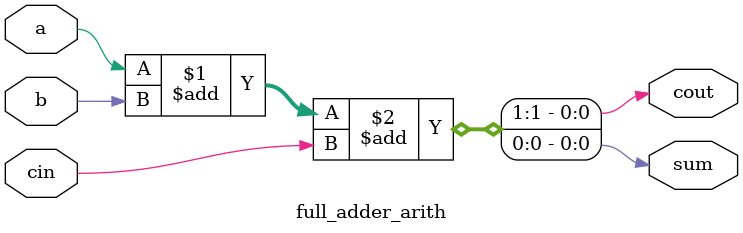
<source format=v>

module full_adder_df (
    input  a, b, cin,
    output sum, cout
);
    assign sum  = a ^ b ^ cin;
    assign cout = (a & b) | (b & cin) | (a & cin);
endmodule

// Full adder usign data Behavioral modeling

module full_adder_beh (
    input  a, b, cin,
    output reg sum, cout
);
    always @(*) begin
        sum  = a ^ b ^ cin;
        cout = (a & b) | (b & cin) | (a & cin);
    end
endmodule


// Full adder using  aritmatic operator 

module full_adder_arith (
    input  a, b, cin,
    output sum, cout
);
    assign {cout, sum} = a + b + cin;
endmodule


</source>
